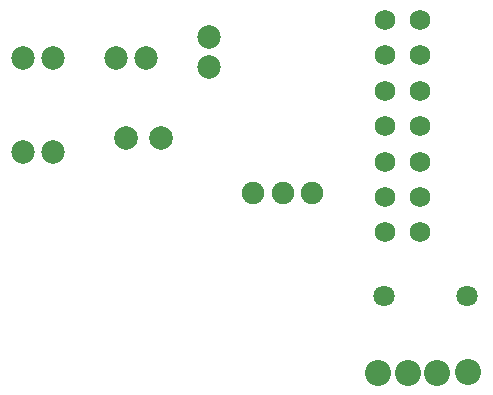
<source format=gbs>
G04 Layer: BottomSolderMaskLayer*
G04 EasyEDA v6.4.19.5, 2021-04-14T09:17:14--7:00*
G04 eb9943026e544659989be2c3a0539dbc,debd25b7e7f645e7808fdd9718494454,10*
G04 Gerber Generator version 0.2*
G04 Scale: 100 percent, Rotated: No, Reflected: No *
G04 Dimensions in millimeters *
G04 leading zeros omitted , absolute positions ,4 integer and 5 decimal *
%FSLAX45Y45*%
%MOMM*%

%ADD26C,1.9032*%
%ADD27C,1.7272*%
%ADD28C,2.0032*%
%ADD29C,1.9912*%
%ADD30C,1.8032*%
%ADD34C,2.2032*%

%LPD*%
D26*
G01*
X8001254Y6523736D03*
G01*
X8251190Y6523736D03*
G01*
X8501379Y6523736D03*
D27*
G01*
X9416084Y6491401D03*
G01*
X9414205Y6190691D03*
G01*
X9417811Y6787591D03*
G01*
X9417811Y7088759D03*
G01*
X9416897Y7389926D03*
G01*
X9416897Y7689926D03*
G01*
X9416897Y7989925D03*
G01*
X9116898Y7989925D03*
G01*
X9116898Y7689926D03*
G01*
X9116898Y7389926D03*
G01*
X9116898Y7089927D03*
G01*
X9116898Y6789928D03*
G01*
X9116898Y6489928D03*
G01*
X9116898Y6189929D03*
D28*
G01*
X6923887Y6988200D03*
G01*
X7223886Y6988200D03*
D29*
G01*
X7099300Y7670800D03*
G01*
X6845300Y7670800D03*
D30*
G01*
X9811511Y5651500D03*
G01*
X9111513Y5651500D03*
D29*
G01*
X6311900Y6870700D03*
G01*
X6057900Y6870700D03*
G01*
X6311900Y7670800D03*
G01*
X6057900Y7670800D03*
G01*
X7632700Y7594600D03*
G01*
X7632700Y7848600D03*
D34*
G01*
X9561322Y5003800D03*
G01*
X9821418Y5004612D03*
G01*
X9314434Y5003800D03*
G01*
X9059418Y5003800D03*
M02*

</source>
